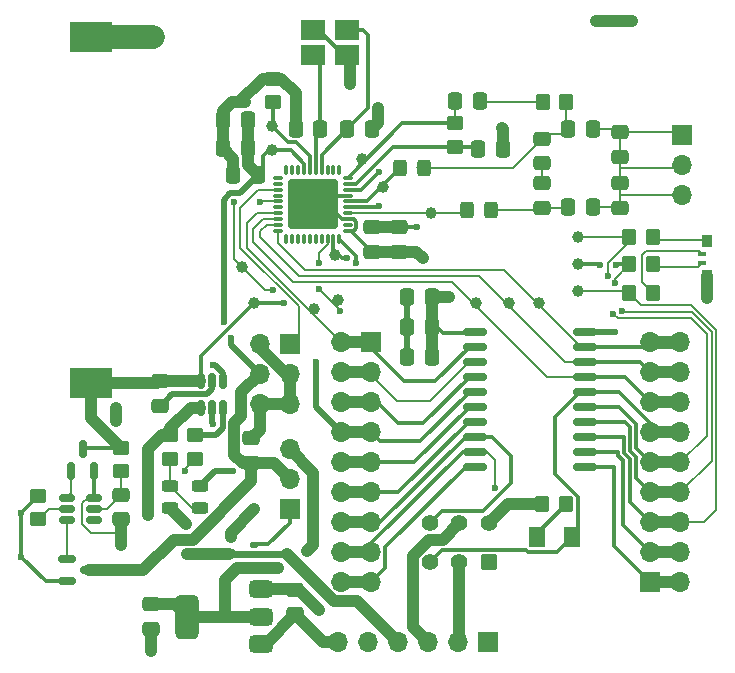
<source format=gbr>
%TF.GenerationSoftware,KiCad,Pcbnew,8.0.7*%
%TF.CreationDate,2025-05-01T01:05:46-07:00*%
%TF.ProjectId,salp_board,73616c70-5f62-46f6-9172-642e6b696361,rev?*%
%TF.SameCoordinates,Original*%
%TF.FileFunction,Copper,L1,Top*%
%TF.FilePolarity,Positive*%
%FSLAX46Y46*%
G04 Gerber Fmt 4.6, Leading zero omitted, Abs format (unit mm)*
G04 Created by KiCad (PCBNEW 8.0.7) date 2025-05-01 01:05:46*
%MOMM*%
%LPD*%
G01*
G04 APERTURE LIST*
G04 Aperture macros list*
%AMRoundRect*
0 Rectangle with rounded corners*
0 $1 Rounding radius*
0 $2 $3 $4 $5 $6 $7 $8 $9 X,Y pos of 4 corners*
0 Add a 4 corners polygon primitive as box body*
4,1,4,$2,$3,$4,$5,$6,$7,$8,$9,$2,$3,0*
0 Add four circle primitives for the rounded corners*
1,1,$1+$1,$2,$3*
1,1,$1+$1,$4,$5*
1,1,$1+$1,$6,$7*
1,1,$1+$1,$8,$9*
0 Add four rect primitives between the rounded corners*
20,1,$1+$1,$2,$3,$4,$5,0*
20,1,$1+$1,$4,$5,$6,$7,0*
20,1,$1+$1,$6,$7,$8,$9,0*
20,1,$1+$1,$8,$9,$2,$3,0*%
G04 Aperture macros list end*
%TA.AperFunction,SMDPad,CuDef*%
%ADD10RoundRect,0.250000X0.350000X0.450000X-0.350000X0.450000X-0.350000X-0.450000X0.350000X-0.450000X0*%
%TD*%
%TA.AperFunction,SMDPad,CuDef*%
%ADD11RoundRect,0.375000X0.625000X0.375000X-0.625000X0.375000X-0.625000X-0.375000X0.625000X-0.375000X0*%
%TD*%
%TA.AperFunction,SMDPad,CuDef*%
%ADD12RoundRect,0.500000X0.500000X1.400000X-0.500000X1.400000X-0.500000X-1.400000X0.500000X-1.400000X0*%
%TD*%
%TA.AperFunction,SMDPad,CuDef*%
%ADD13C,1.000000*%
%TD*%
%TA.AperFunction,SMDPad,CuDef*%
%ADD14RoundRect,0.250000X0.325000X0.450000X-0.325000X0.450000X-0.325000X-0.450000X0.325000X-0.450000X0*%
%TD*%
%TA.AperFunction,SMDPad,CuDef*%
%ADD15RoundRect,0.250000X-0.337500X-0.475000X0.337500X-0.475000X0.337500X0.475000X-0.337500X0.475000X0*%
%TD*%
%TA.AperFunction,SMDPad,CuDef*%
%ADD16RoundRect,0.250000X0.475000X-0.337500X0.475000X0.337500X-0.475000X0.337500X-0.475000X-0.337500X0*%
%TD*%
%TA.AperFunction,ComponentPad*%
%ADD17R,1.700000X1.700000*%
%TD*%
%TA.AperFunction,ComponentPad*%
%ADD18O,1.700000X1.700000*%
%TD*%
%TA.AperFunction,SMDPad,CuDef*%
%ADD19RoundRect,0.250000X0.337500X0.475000X-0.337500X0.475000X-0.337500X-0.475000X0.337500X-0.475000X0*%
%TD*%
%TA.AperFunction,ComponentPad*%
%ADD20RoundRect,0.250000X0.450000X0.450000X-0.450000X0.450000X-0.450000X-0.450000X0.450000X-0.450000X0*%
%TD*%
%TA.AperFunction,ComponentPad*%
%ADD21C,1.400000*%
%TD*%
%TA.AperFunction,SMDPad,CuDef*%
%ADD22RoundRect,0.243750X-0.456250X0.243750X-0.456250X-0.243750X0.456250X-0.243750X0.456250X0.243750X0*%
%TD*%
%TA.AperFunction,SMDPad,CuDef*%
%ADD23RoundRect,0.150000X-0.512500X-0.150000X0.512500X-0.150000X0.512500X0.150000X-0.512500X0.150000X0*%
%TD*%
%TA.AperFunction,SMDPad,CuDef*%
%ADD24RoundRect,0.112500X-0.237500X0.112500X-0.237500X-0.112500X0.237500X-0.112500X0.237500X0.112500X0*%
%TD*%
%TA.AperFunction,SMDPad,CuDef*%
%ADD25RoundRect,0.250000X-0.450000X0.350000X-0.450000X-0.350000X0.450000X-0.350000X0.450000X0.350000X0*%
%TD*%
%TA.AperFunction,SMDPad,CuDef*%
%ADD26R,3.600000X2.600000*%
%TD*%
%TA.AperFunction,SMDPad,CuDef*%
%ADD27R,0.900000X1.000000*%
%TD*%
%TA.AperFunction,SMDPad,CuDef*%
%ADD28R,0.800000X0.400000*%
%TD*%
%TA.AperFunction,SMDPad,CuDef*%
%ADD29RoundRect,0.250000X0.450000X-0.350000X0.450000X0.350000X-0.450000X0.350000X-0.450000X-0.350000X0*%
%TD*%
%TA.AperFunction,SMDPad,CuDef*%
%ADD30RoundRect,0.150000X0.150000X-0.587500X0.150000X0.587500X-0.150000X0.587500X-0.150000X-0.587500X0*%
%TD*%
%TA.AperFunction,SMDPad,CuDef*%
%ADD31RoundRect,0.150000X-0.150000X0.512500X-0.150000X-0.512500X0.150000X-0.512500X0.150000X0.512500X0*%
%TD*%
%TA.AperFunction,SMDPad,CuDef*%
%ADD32RoundRect,0.243750X0.456250X-0.243750X0.456250X0.243750X-0.456250X0.243750X-0.456250X-0.243750X0*%
%TD*%
%TA.AperFunction,SMDPad,CuDef*%
%ADD33RoundRect,0.150000X-0.587500X-0.150000X0.587500X-0.150000X0.587500X0.150000X-0.587500X0.150000X0*%
%TD*%
%TA.AperFunction,SMDPad,CuDef*%
%ADD34RoundRect,0.150000X-0.875000X-0.150000X0.875000X-0.150000X0.875000X0.150000X-0.875000X0.150000X0*%
%TD*%
%TA.AperFunction,SMDPad,CuDef*%
%ADD35RoundRect,0.250001X-0.462499X-0.624999X0.462499X-0.624999X0.462499X0.624999X-0.462499X0.624999X0*%
%TD*%
%TA.AperFunction,SMDPad,CuDef*%
%ADD36RoundRect,0.250000X-0.475000X0.337500X-0.475000X-0.337500X0.475000X-0.337500X0.475000X0.337500X0*%
%TD*%
%TA.AperFunction,SMDPad,CuDef*%
%ADD37RoundRect,0.075000X0.325000X0.075000X-0.325000X0.075000X-0.325000X-0.075000X0.325000X-0.075000X0*%
%TD*%
%TA.AperFunction,SMDPad,CuDef*%
%ADD38RoundRect,0.075000X0.075000X0.325000X-0.075000X0.325000X-0.075000X-0.325000X0.075000X-0.325000X0*%
%TD*%
%TA.AperFunction,SMDPad,CuDef*%
%ADD39RoundRect,0.210000X1.890000X1.890000X-1.890000X1.890000X-1.890000X-1.890000X1.890000X-1.890000X0*%
%TD*%
%TA.AperFunction,SMDPad,CuDef*%
%ADD40RoundRect,0.250000X-0.350000X-0.450000X0.350000X-0.450000X0.350000X0.450000X-0.350000X0.450000X0*%
%TD*%
%TA.AperFunction,SMDPad,CuDef*%
%ADD41R,2.100000X1.725000*%
%TD*%
%TA.AperFunction,ViaPad*%
%ADD42C,1.500000*%
%TD*%
%TA.AperFunction,ViaPad*%
%ADD43C,0.600000*%
%TD*%
%TA.AperFunction,Conductor*%
%ADD44C,0.200000*%
%TD*%
%TA.AperFunction,Conductor*%
%ADD45C,1.000000*%
%TD*%
%TA.AperFunction,Conductor*%
%ADD46C,0.300000*%
%TD*%
%TA.AperFunction,Conductor*%
%ADD47C,0.500000*%
%TD*%
%TA.AperFunction,Conductor*%
%ADD48C,2.000000*%
%TD*%
%TA.AperFunction,Conductor*%
%ADD49C,0.600000*%
%TD*%
G04 APERTURE END LIST*
D10*
%TO.P,R8,1*%
%TO.N,Net-(D5-R)*%
X192262000Y-77978000D03*
%TO.P,R8,2*%
%TO.N,/PC3*%
X190262000Y-77978000D03*
%TD*%
D11*
%TO.P,U1,1,GND*%
%TO.N,GND*%
X159106000Y-112377000D03*
%TO.P,U1,2,VO*%
%TO.N,/V_REG*%
X159106000Y-110077000D03*
D12*
X152806000Y-110077000D03*
D11*
%TO.P,U1,3,VI*%
%TO.N,VCC*%
X159106000Y-107777000D03*
%TD*%
D13*
%TO.P,GND1,1,1*%
%TO.N,GND*%
X187452000Y-59690000D03*
%TD*%
D10*
%TO.P,R7,1*%
%TO.N,Net-(D5-G)*%
X192262000Y-80264000D03*
%TO.P,R7,2*%
%TO.N,/PC2*%
X190262000Y-80264000D03*
%TD*%
D13*
%TO.P,DVDD1,1,1*%
%TO.N,+3.3V*%
X165354000Y-79502000D03*
%TD*%
D14*
%TO.P,L1,1,1*%
%TO.N,Net-(C3-Pad2)*%
X178580000Y-75692000D03*
%TO.P,L1,2,2*%
%TO.N,/TX1*%
X176530000Y-75692000D03*
%TD*%
D15*
%TO.P,C10,1*%
%TO.N,/VMID*%
X177462500Y-70500000D03*
%TO.P,C10,2*%
%TO.N,GND*%
X179537500Y-70500000D03*
%TD*%
D16*
%TO.P,C17,1*%
%TO.N,GND*%
X150495000Y-92213000D03*
%TO.P,C17,2*%
%TO.N,+BAT*%
X150495000Y-90138000D03*
%TD*%
D17*
%TO.P,J10,1,Pin_1*%
%TO.N,VCC*%
X161501000Y-86969500D03*
D18*
%TO.P,J10,2,Pin_2*%
%TO.N,GND*%
X158961000Y-86969500D03*
%TO.P,J10,3,Pin_3*%
X161501000Y-89509500D03*
%TO.P,J10,4,Pin_4*%
%TO.N,+3.3V*%
X158961000Y-89509500D03*
%TO.P,J10,5,Pin_5*%
%TO.N,GND*%
X161501000Y-92049500D03*
%TO.P,J10,6,Pin_6*%
X158961000Y-92049500D03*
%TD*%
D17*
%TO.P,J12,1,Pin_1*%
%TO.N,unconnected-(J12-Pin_1-Pad1)*%
X178308000Y-112268000D03*
D18*
%TO.P,J12,2,Pin_2*%
%TO.N,Net-(J12-Pin_2)*%
X175768000Y-112268000D03*
%TO.P,J12,3,Pin_3*%
%TO.N,Net-(J12-Pin_3)*%
X173228000Y-112268000D03*
%TO.P,J12,4,Pin_4*%
%TO.N,/V_USB*%
X170688000Y-112268000D03*
%TO.P,J12,5,Pin_5*%
%TO.N,unconnected-(J12-Pin_5-Pad5)*%
X168148000Y-112268000D03*
%TO.P,J12,6,Pin_6*%
%TO.N,GND*%
X165608000Y-112268000D03*
%TD*%
D19*
%TO.P,C16,1*%
%TO.N,VCC*%
X173503500Y-85598000D03*
%TO.P,C16,2*%
%TO.N,GND*%
X171428500Y-85598000D03*
%TD*%
D13*
%TO.P,PC1,1,1*%
%TO.N,/PC1*%
X185928000Y-82550000D03*
%TD*%
D16*
%TO.P,C23,1*%
%TO.N,GND*%
X147193000Y-101843500D03*
%TO.P,C23,2*%
%TO.N,Net-(U6-VCC)*%
X147193000Y-99768500D03*
%TD*%
D20*
%TO.P,SW2,1,A*%
%TO.N,/PB2*%
X178345000Y-105500000D03*
D21*
%TO.P,SW2,2,B*%
%TO.N,Net-(J12-Pin_2)*%
X175845000Y-105500000D03*
%TO.P,SW2,3,C*%
%TO.N,/PA0*%
X173345000Y-105500000D03*
%TO.P,SW2,4,A*%
%TO.N,/PB3*%
X173345000Y-102200000D03*
%TO.P,SW2,5,B*%
%TO.N,Net-(J12-Pin_3)*%
X175845000Y-102200000D03*
%TO.P,SW2,6,C*%
%TO.N,Net-(SW2B-C)*%
X178345000Y-102200000D03*
%TD*%
D17*
%TO.P,J8,1,Pin_1*%
%TO.N,/M_SCL*%
X192024000Y-107188000D03*
D18*
%TO.P,J8,2,Pin_2*%
X194564000Y-107188000D03*
%TO.P,J8,3,Pin_3*%
%TO.N,/PC0*%
X192024000Y-104648000D03*
%TO.P,J8,4,Pin_4*%
X194564000Y-104648000D03*
%TO.P,J8,5,Pin_5*%
%TO.N,/PC1*%
X192024000Y-102108000D03*
%TO.P,J8,6,Pin_6*%
X194564000Y-102108000D03*
%TO.P,J8,7,Pin_7*%
%TO.N,/PC2*%
X192024000Y-99568000D03*
%TO.P,J8,8,Pin_8*%
X194564000Y-99568000D03*
%TO.P,J8,9,Pin_9*%
%TO.N,/PC3*%
X192024000Y-97028000D03*
%TO.P,J8,10,Pin_10*%
X194564000Y-97028000D03*
%TO.P,J8,11,Pin_11*%
%TO.N,/PA0*%
X192024000Y-94488000D03*
%TO.P,J8,12,Pin_12*%
X194564000Y-94488000D03*
%TO.P,J8,13,Pin_13*%
%TO.N,/PA1*%
X192024000Y-91948000D03*
%TO.P,J8,14,Pin_14*%
X194564000Y-91948000D03*
%TO.P,J8,15,Pin_15*%
%TO.N,/PA2*%
X192024000Y-89408000D03*
%TO.P,J8,16,Pin_16*%
X194564000Y-89408000D03*
%TO.P,J8,17,Pin_17*%
%TO.N,/PA3*%
X192024000Y-86868000D03*
%TO.P,J8,18,Pin_18*%
X194564000Y-86868000D03*
%TD*%
D19*
%TO.P,C9,1*%
%TO.N,+3.3V*%
X158800000Y-72700000D03*
%TO.P,C9,2*%
%TO.N,GND*%
X156725000Y-72700000D03*
%TD*%
D22*
%TO.P,D2,1,K*%
%TO.N,Net-(D2-K)*%
X153924000Y-99028000D03*
%TO.P,D2,2,A*%
%TO.N,Net-(D2-A)*%
X153924000Y-100903000D03*
%TD*%
D16*
%TO.P,C20,1*%
%TO.N,+3.3V*%
X158242000Y-97071000D03*
%TO.P,C20,2*%
%TO.N,GND*%
X158242000Y-94996000D03*
%TD*%
D23*
%TO.P,U6,1,OD*%
%TO.N,Net-(Q1-G)*%
X142632000Y-100004500D03*
%TO.P,U6,2,CS*%
%TO.N,Net-(U6-CS)*%
X142632000Y-100954500D03*
%TO.P,U6,3,OC*%
%TO.N,Net-(Q2-G)*%
X142632000Y-101904500D03*
%TO.P,U6,4,TD*%
%TO.N,unconnected-(U6-TD-Pad4)*%
X144907000Y-101904500D03*
%TO.P,U6,5,VCC*%
%TO.N,Net-(U6-VCC)*%
X144907000Y-100954500D03*
%TO.P,U6,6,GND*%
%TO.N,GND*%
X144907000Y-100004500D03*
%TD*%
D24*
%TO.P,D4,1*%
%TO.N,+BAT*%
X156500000Y-103350000D03*
%TO.P,D4,2*%
%TO.N,/V_USB*%
X156500000Y-104650000D03*
%TO.P,D4,3*%
%TO.N,/VOR*%
X158500000Y-104000000D03*
%TD*%
D13*
%TO.P,PA2/MISO/P71,1,1*%
%TO.N,/PA2*%
X180086000Y-83566000D03*
%TD*%
%TO.P,PA7/IRQ1,1,1*%
%TO.N,/PA7*%
X157480000Y-80518000D03*
%TD*%
%TO.P,PA5/RSTPD_N1,1,1*%
%TO.N,/PA5*%
X165608000Y-83312000D03*
%TD*%
%TO.P,PA3/SCK/P72,1,1*%
%TO.N,/PA3*%
X182626000Y-83566000D03*
%TD*%
D25*
%TO.P,R10,1*%
%TO.N,GND*%
X160100000Y-64532000D03*
%TO.P,R10,2*%
%TO.N,Net-(U2-I0)*%
X160100000Y-66532000D03*
%TD*%
D17*
%TO.P,J4,1,Pin_1*%
%TO.N,Net-(J4-Pin_1)*%
X194725000Y-69275000D03*
D18*
%TO.P,J4,2,Pin_2*%
X194725000Y-71815000D03*
%TO.P,J4,3,Pin_3*%
X194725000Y-74355000D03*
%TD*%
D13*
%TO.P,PA4/NSS/SCL/HSU_RX1,1,1*%
%TO.N,/PA4*%
X163576000Y-84074000D03*
%TD*%
D19*
%TO.P,C7,1*%
%TO.N,+3.3V*%
X157937500Y-68000000D03*
%TO.P,C7,2*%
%TO.N,GND*%
X155862500Y-68000000D03*
%TD*%
D17*
%TO.P,J9,1,Pin_1*%
%TO.N,/VOR*%
X161496000Y-100978500D03*
D18*
%TO.P,J9,2,Pin_2*%
%TO.N,+3.3V*%
X161496000Y-98438500D03*
%TO.P,J9,3,Pin_3*%
%TO.N,/V_REG*%
X161496000Y-95898500D03*
%TD*%
D26*
%TO.P,BT1,2,-*%
%TO.N,GND*%
X144653000Y-61042000D03*
%TO.P,BT1,1,+*%
%TO.N,+BAT*%
X144653000Y-90342000D03*
%TD*%
D27*
%TO.P,D5,1,R*%
%TO.N,Net-(D5-R)*%
X196850000Y-78256000D03*
%TO.P,D5,2,A*%
%TO.N,GND*%
X196850000Y-81256000D03*
D28*
%TO.P,D5,3,G*%
%TO.N,Net-(D5-G)*%
X196400000Y-80156000D03*
%TO.P,D5,4,B*%
%TO.N,Net-(D5-B)*%
X196400000Y-79356000D03*
%TD*%
D29*
%TO.P,R5,1*%
%TO.N,GND*%
X153500000Y-96710000D03*
%TO.P,R5,2*%
%TO.N,Net-(U4-PROG)*%
X153500000Y-94710000D03*
%TD*%
D16*
%TO.P,C5,1*%
%TO.N,Net-(C3-Pad2)*%
X182880000Y-75481000D03*
%TO.P,C5,2*%
%TO.N,Net-(J4-Pin_1)*%
X182880000Y-73406000D03*
%TD*%
D19*
%TO.P,C8,1*%
%TO.N,+3.3V*%
X157940000Y-70440000D03*
%TO.P,C8,2*%
%TO.N,GND*%
X155865000Y-70440000D03*
%TD*%
D13*
%TO.P,I0,1,1*%
%TO.N,Net-(U2-I0)*%
X160020000Y-68580000D03*
%TD*%
D30*
%TO.P,Q1,1,G*%
%TO.N,Net-(Q1-G)*%
X143007000Y-97779500D03*
%TO.P,Q1,2,S*%
%TO.N,GND*%
X144907000Y-97779500D03*
%TO.P,Q1,3,D*%
%TO.N,+BAT*%
X143957000Y-95904500D03*
%TD*%
D13*
%TO.P,PA1/MOSI/SDA/HSU_TX1,1,1*%
%TO.N,/PA1*%
X177292000Y-83566000D03*
%TD*%
D31*
%TO.P,U4,1,~{CHRG}*%
%TO.N,Net-(D2-K)*%
X155890000Y-90143500D03*
%TO.P,U4,2,GND*%
%TO.N,GND*%
X154940000Y-90143500D03*
%TO.P,U4,3,BAT*%
%TO.N,+BAT*%
X153990000Y-90143500D03*
%TO.P,U4,4,V_{CC}*%
%TO.N,/V_USB*%
X153990000Y-92418500D03*
%TO.P,U4,5,STDBY*%
%TO.N,Net-(D3-K)*%
X154940000Y-92418500D03*
%TO.P,U4,6,PROG*%
%TO.N,Net-(U4-PROG)*%
X155890000Y-92418500D03*
%TD*%
D19*
%TO.P,C3,1*%
%TO.N,Net-(J4-Pin_1)*%
X187175000Y-75400000D03*
%TO.P,C3,2*%
%TO.N,Net-(C3-Pad2)*%
X185100000Y-75400000D03*
%TD*%
D13*
%TO.P,+BAT1,1,1*%
%TO.N,+BAT*%
X158496000Y-83566000D03*
%TD*%
D16*
%TO.P,C2,2*%
%TO.N,Net-(J4-Pin_1)*%
X189500000Y-69062500D03*
%TO.P,C2,1*%
X189500000Y-71137500D03*
%TD*%
D32*
%TO.P,D3,1,K*%
%TO.N,Net-(D3-K)*%
X151384000Y-100903000D03*
%TO.P,D3,2,A*%
%TO.N,Net-(D2-A)*%
X151384000Y-99028000D03*
%TD*%
D10*
%TO.P,R1,1*%
%TO.N,Net-(C4-Pad2)*%
X184900000Y-66500000D03*
%TO.P,R1,2*%
%TO.N,Net-(C11-Pad1)*%
X182900000Y-66500000D03*
%TD*%
D13*
%TO.P,PC2,1,1*%
%TO.N,/PC2*%
X185928000Y-80264000D03*
%TD*%
D33*
%TO.P,Q2,1,G*%
%TO.N,Net-(Q2-G)*%
X142651000Y-105190000D03*
%TO.P,Q2,2,S*%
%TO.N,GND*%
X142651000Y-107090000D03*
%TO.P,Q2,3,D*%
%TO.N,+3.3V*%
X144526000Y-106140000D03*
%TD*%
D29*
%TO.P,R4,1*%
%TO.N,Net-(D2-A)*%
X151384000Y-96742000D03*
%TO.P,R4,2*%
%TO.N,/V_USB*%
X151384000Y-94742000D03*
%TD*%
D34*
%TO.P,U3,1,VCC*%
%TO.N,VCC*%
X177214000Y-85979000D03*
%TO.P,U3,2,PA4*%
%TO.N,/PA4*%
X177214000Y-87249000D03*
%TO.P,U3,3,PA5*%
%TO.N,/PA5*%
X177214000Y-88519000D03*
%TO.P,U3,4,PA6*%
%TO.N,/PA6*%
X177214000Y-89789000D03*
%TO.P,U3,5,PA7*%
%TO.N,/PA7*%
X177214000Y-91059000D03*
%TO.P,U3,6,PB5*%
%TO.N,/PB5*%
X177214000Y-92329000D03*
%TO.P,U3,7,PB4*%
%TO.N,/PB4*%
X177214000Y-93599000D03*
%TO.P,U3,8,PB3*%
%TO.N,/PB3*%
X177214000Y-94869000D03*
%TO.P,U3,9,PB2*%
%TO.N,/PB2*%
X177214000Y-96139000D03*
%TO.P,U3,10,PB1*%
%TO.N,/M_SDA*%
X177214000Y-97409000D03*
%TO.P,U3,11,PB0*%
%TO.N,/M_SCL*%
X186514000Y-97409000D03*
%TO.P,U3,12,PC0*%
%TO.N,/PC0*%
X186514000Y-96139000D03*
%TO.P,U3,13,PC1*%
%TO.N,/PC1*%
X186514000Y-94869000D03*
%TO.P,U3,14,PC2*%
%TO.N,/PC2*%
X186514000Y-93599000D03*
%TO.P,U3,15,PC3*%
%TO.N,/PC3*%
X186514000Y-92329000D03*
%TO.P,U3,16,~{RESET}/PA0*%
%TO.N,/PA0*%
X186514000Y-91059000D03*
%TO.P,U3,17,PA1*%
%TO.N,/PA1*%
X186514000Y-89789000D03*
%TO.P,U3,18,PA2*%
%TO.N,/PA2*%
X186514000Y-88519000D03*
%TO.P,U3,19,PA3*%
%TO.N,/PA3*%
X186514000Y-87249000D03*
%TO.P,U3,20,GND*%
%TO.N,GND*%
X186514000Y-85979000D03*
%TD*%
D35*
%TO.P,D1,1,K*%
%TO.N,Net-(D1-K)*%
X182408500Y-103378000D03*
%TO.P,D1,2,A*%
%TO.N,/PA0*%
X185383500Y-103378000D03*
%TD*%
D29*
%TO.P,R2,1*%
%TO.N,/VMID*%
X175502000Y-70314000D03*
%TO.P,R2,2*%
%TO.N,/RX*%
X175502000Y-68314000D03*
%TD*%
D13*
%TO.P,PC3,1,1*%
%TO.N,/PC3*%
X185928000Y-77978000D03*
%TD*%
%TO.P,I1,1,1*%
%TO.N,+3.3V*%
X160020000Y-70612000D03*
%TD*%
D14*
%TO.P,L2,1,1*%
%TO.N,Net-(C4-Pad2)*%
X172900000Y-72100000D03*
%TO.P,L2,2,2*%
%TO.N,/TX2*%
X170850000Y-72100000D03*
%TD*%
D36*
%TO.P,C21,1*%
%TO.N,VCC*%
X161954000Y-107818000D03*
%TO.P,C21,2*%
%TO.N,GND*%
X161954000Y-109893000D03*
%TD*%
D16*
%TO.P,C6,1*%
%TO.N,Net-(J4-Pin_1)*%
X182880000Y-71700000D03*
%TO.P,C6,2*%
%TO.N,Net-(C4-Pad2)*%
X182880000Y-69625000D03*
%TD*%
D15*
%TO.P,C12,1*%
%TO.N,/OSCIN*%
X166370000Y-68834000D03*
%TO.P,C12,2*%
%TO.N,GND*%
X168445000Y-68834000D03*
%TD*%
D36*
%TO.P,C22,1*%
%TO.N,/V_REG*%
X149762000Y-109056000D03*
%TO.P,C22,2*%
%TO.N,GND*%
X149762000Y-111131000D03*
%TD*%
D19*
%TO.P,C18,1*%
%TO.N,VCC*%
X173503500Y-83058000D03*
%TO.P,C18,2*%
%TO.N,GND*%
X171428500Y-83058000D03*
%TD*%
D13*
%TO.P,RX1,1,1*%
%TO.N,/RX*%
X167640000Y-71374000D03*
%TD*%
D37*
%TO.P,U2,1,DVSS*%
%TO.N,GND*%
X166399000Y-77434000D03*
%TO.P,U2,2,LOADMOD*%
%TO.N,unconnected-(U2-LOADMOD-Pad2)*%
X166399000Y-76934000D03*
%TO.P,U2,3,TVSS1*%
%TO.N,GND*%
X166399000Y-76434000D03*
%TO.P,U2,4,TX1*%
%TO.N,/TX1*%
X166399000Y-75934000D03*
%TO.P,U2,5,TVDD*%
%TO.N,+3.3V*%
X166399000Y-75434000D03*
%TO.P,U2,6,TX2*%
%TO.N,/TX2*%
X166399000Y-74934000D03*
%TO.P,U2,7,TVSS2*%
%TO.N,GND*%
X166399000Y-74434000D03*
%TO.P,U2,8,AVDD*%
%TO.N,+3.3V*%
X166399000Y-73934000D03*
%TO.P,U2,9,VMID*%
%TO.N,/VMID*%
X166399000Y-73434000D03*
%TO.P,U2,10,RX*%
%TO.N,/RX*%
X166399000Y-72934000D03*
D38*
%TO.P,U2,11,AVSS*%
%TO.N,GND*%
X165699000Y-72234000D03*
%TO.P,U2,12,AUX1*%
%TO.N,unconnected-(U2-AUX1-Pad12)*%
X165199000Y-72234000D03*
%TO.P,U2,13,AUX2*%
%TO.N,unconnected-(U2-AUX2-Pad13)*%
X164699000Y-72234000D03*
%TO.P,U2,14,OSCIN*%
%TO.N,/OSCIN*%
X164199000Y-72234000D03*
%TO.P,U2,15,OSCOUT*%
%TO.N,/OSCOUT*%
X163699000Y-72234000D03*
%TO.P,U2,16,I0*%
%TO.N,Net-(U2-I0)*%
X163199000Y-72234000D03*
%TO.P,U2,17,I1*%
%TO.N,+3.3V*%
X162699000Y-72234000D03*
%TO.P,U2,18,TESTEN*%
%TO.N,GND*%
X162199000Y-72234000D03*
%TO.P,U2,19,P35*%
%TO.N,unconnected-(U2-P35-Pad19)*%
X161699000Y-72234000D03*
%TO.P,U2,20,N.C.*%
%TO.N,unconnected-(U2-N.C.-Pad20)*%
X161199000Y-72234000D03*
D37*
%TO.P,U2,21,N.C.*%
%TO.N,unconnected-(U2-N.C.-Pad21)*%
X160499000Y-72934000D03*
%TO.P,U2,22,N.C.*%
%TO.N,unconnected-(U2-N.C.-Pad22)*%
X160499000Y-73434000D03*
%TO.P,U2,23,PVDD*%
%TO.N,VCC*%
X160499000Y-73934000D03*
%TO.P,U2,24,P30/UART_RX*%
%TO.N,unconnected-(U2-P30{slash}UART_RX-Pad24)*%
X160499000Y-74434000D03*
%TO.P,U2,25,P70_IRQ*%
%TO.N,/PA7*%
X160499000Y-74934000D03*
%TO.P,U2,26,RSTOUT_N*%
%TO.N,unconnected-(U2-RSTOUT_N-Pad26)*%
X160499000Y-75434000D03*
%TO.P,U2,27,NSS/P50_SCL/HSU_RX*%
%TO.N,/PA4*%
X160499000Y-75934000D03*
%TO.P,U2,28,MOSI/SDA/HSU_TX*%
%TO.N,/PA1*%
X160499000Y-76434000D03*
%TO.P,U2,29,MISO_/_P71*%
%TO.N,/PA2*%
X160499000Y-76934000D03*
%TO.P,U2,30,SCK/P72*%
%TO.N,/PA3*%
X160499000Y-77434000D03*
D38*
%TO.P,U2,31,P31/UART_TX*%
%TO.N,unconnected-(U2-P31{slash}UART_TX-Pad31)*%
X161199000Y-78134000D03*
%TO.P,U2,32,P32_INT0*%
%TO.N,unconnected-(U2-P32_INT0-Pad32)*%
X161699000Y-78134000D03*
%TO.P,U2,33,P33_INT1*%
%TO.N,unconnected-(U2-P33_INT1-Pad33)*%
X162199000Y-78134000D03*
%TO.P,U2,34,P34/SIC_CLK*%
%TO.N,unconnected-(U2-P34{slash}SIC_CLK-Pad34)*%
X162699000Y-78134000D03*
%TO.P,U2,35,SIGOUT*%
%TO.N,unconnected-(U2-SIGOUT-Pad35)*%
X163199000Y-78134000D03*
%TO.P,U2,36,SIGIN*%
%TO.N,unconnected-(U2-SIGIN-Pad36)*%
X163699000Y-78134000D03*
%TO.P,U2,37,SVDD*%
%TO.N,unconnected-(U2-SVDD-Pad37)*%
X164199000Y-78134000D03*
%TO.P,U2,38,RSTPD_N*%
%TO.N,/PA5*%
X164699000Y-78134000D03*
%TO.P,U2,39,DVDD*%
%TO.N,+3.3V*%
X165199000Y-78134000D03*
%TO.P,U2,40,VBAT*%
%TO.N,+BAT*%
X165699000Y-78134000D03*
D39*
%TO.P,U2,41,41*%
%TO.N,GND*%
X163449000Y-75184000D03*
%TD*%
D25*
%TO.P,R9,1*%
%TO.N,GND*%
X140208000Y-99843500D03*
%TO.P,R9,2*%
%TO.N,Net-(U6-CS)*%
X140208000Y-101843500D03*
%TD*%
D13*
%TO.P,TX2,1,1*%
%TO.N,/TX2*%
X169418000Y-73700000D03*
%TD*%
D19*
%TO.P,C13,1*%
%TO.N,/OSCOUT*%
X164084000Y-68834000D03*
%TO.P,C13,2*%
%TO.N,GND*%
X162009000Y-68834000D03*
%TD*%
D36*
%TO.P,C14,1*%
%TO.N,+3.3V*%
X168430000Y-77102500D03*
%TO.P,C14,2*%
%TO.N,GND*%
X168430000Y-79177500D03*
%TD*%
D10*
%TO.P,R6,1*%
%TO.N,Net-(D5-B)*%
X192262000Y-82677000D03*
%TO.P,R6,2*%
%TO.N,/PC1*%
X190262000Y-82677000D03*
%TD*%
D19*
%TO.P,C19,1*%
%TO.N,VCC*%
X173503500Y-88138000D03*
%TO.P,C19,2*%
%TO.N,GND*%
X171428500Y-88138000D03*
%TD*%
%TO.P,C11,1*%
%TO.N,Net-(C11-Pad1)*%
X177575000Y-66400000D03*
%TO.P,C11,2*%
%TO.N,/RX*%
X175500000Y-66400000D03*
%TD*%
D36*
%TO.P,C15,1*%
%TO.N,+3.3V*%
X170716000Y-77102500D03*
%TO.P,C15,2*%
%TO.N,GND*%
X170716000Y-79177500D03*
%TD*%
D17*
%TO.P,J1,1,Pin_1*%
%TO.N,/PA4*%
X168402000Y-86868000D03*
D18*
%TO.P,J1,2,Pin_2*%
X165862000Y-86868000D03*
%TO.P,J1,3,Pin_3*%
%TO.N,/PA5*%
X168402000Y-89408000D03*
%TO.P,J1,4,Pin_4*%
X165862000Y-89408000D03*
%TO.P,J1,5,Pin_5*%
%TO.N,/PA6*%
X168402000Y-91948000D03*
%TO.P,J1,6,Pin_6*%
X165862000Y-91948000D03*
%TO.P,J1,7,Pin_7*%
%TO.N,/PA7*%
X168402000Y-94488000D03*
%TO.P,J1,8,Pin_8*%
X165862000Y-94488000D03*
%TO.P,J1,9,Pin_9*%
%TO.N,/PB5*%
X168402000Y-97028000D03*
%TO.P,J1,10,Pin_10*%
X165862000Y-97028000D03*
%TO.P,J1,11,Pin_11*%
%TO.N,/PB4*%
X168402000Y-99568000D03*
%TO.P,J1,12,Pin_12*%
X165862000Y-99568000D03*
%TO.P,J1,13,Pin_13*%
%TO.N,/PB3*%
X168402000Y-102108000D03*
%TO.P,J1,14,Pin_14*%
X165862000Y-102108000D03*
%TO.P,J1,15,Pin_15*%
%TO.N,/PB2*%
X168402000Y-104648000D03*
%TO.P,J1,16,Pin_16*%
X165862000Y-104648000D03*
%TO.P,J1,17,Pin_17*%
%TO.N,/M_SDA*%
X168402000Y-107188000D03*
%TO.P,J1,18,Pin_18*%
X165862000Y-107188000D03*
%TD*%
D13*
%TO.P,TX1,1,1*%
%TO.N,/TX1*%
X173482000Y-75946000D03*
%TD*%
D40*
%TO.P,R3,1*%
%TO.N,Net-(SW2B-C)*%
X182896000Y-100584000D03*
%TO.P,R3,2*%
%TO.N,Net-(D1-K)*%
X184896000Y-100584000D03*
%TD*%
D16*
%TO.P,C1,1*%
%TO.N,Net-(J4-Pin_1)*%
X189500000Y-75455500D03*
%TO.P,C1,2*%
X189500000Y-73380500D03*
%TD*%
D19*
%TO.P,C4,2*%
%TO.N,Net-(C4-Pad2)*%
X185100000Y-68800000D03*
%TO.P,C4,1*%
%TO.N,Net-(J4-Pin_1)*%
X187175000Y-68800000D03*
%TD*%
D41*
%TO.P,Y2,1,1*%
%TO.N,/OSCIN*%
X166370000Y-60380500D03*
%TO.P,Y2,2,2*%
%TO.N,GND*%
X163470000Y-60380500D03*
%TO.P,Y2,3,3*%
%TO.N,/OSCOUT*%
X163470000Y-62555500D03*
%TO.P,Y2,4,4*%
%TO.N,GND*%
X166370000Y-62555500D03*
%TD*%
D25*
%TO.P,R11,1*%
%TO.N,+BAT*%
X147193000Y-95779500D03*
%TO.P,R11,2*%
%TO.N,Net-(U6-VCC)*%
X147193000Y-97779500D03*
%TD*%
D42*
%TO.N,GND*%
X150000000Y-61000000D03*
D43*
X157750000Y-66500000D03*
X190500000Y-59690000D03*
X172750000Y-79750000D03*
X179500000Y-68750000D03*
X196850000Y-83130000D03*
X149750000Y-113000000D03*
X171428500Y-86850000D03*
X156750000Y-66500000D03*
X152654000Y-97790000D03*
X171428500Y-84310000D03*
X189000000Y-86000000D03*
X147250000Y-104000000D03*
X138750000Y-105000000D03*
X169000000Y-67000000D03*
X166624000Y-65024000D03*
X138775750Y-101275750D03*
X152500000Y-91250000D03*
%TO.N,+BAT*%
X167132000Y-80172000D03*
X161000000Y-83500000D03*
X158500000Y-101000000D03*
X146750000Y-93500000D03*
%TO.N,VCC*%
X164000000Y-109500000D03*
X175000000Y-83058000D03*
%TO.N,+3.3V*%
X156500000Y-86500000D03*
X172300000Y-77100000D03*
X169087806Y-72412193D03*
X166343906Y-79698145D03*
X157937500Y-69088000D03*
X169065380Y-75334000D03*
X155915380Y-85165380D03*
%TO.N,/V_REG*%
X163000000Y-104500000D03*
X160500000Y-105979000D03*
%TO.N,Net-(D2-K)*%
X155000000Y-88750000D03*
X156707107Y-97792893D03*
%TO.N,Net-(D3-K)*%
X152750000Y-102250000D03*
X154996000Y-93754000D03*
%TO.N,/PA5*%
X165750000Y-84250000D03*
X163970180Y-82379000D03*
X163970180Y-80172000D03*
%TO.N,/PA7*%
X159000000Y-75000000D03*
X163750000Y-88500000D03*
X156750000Y-75000000D03*
X160039892Y-82460108D03*
%TO.N,/PB2*%
X178915380Y-99165380D03*
%TO.N,/PC3*%
X188864675Y-84444771D03*
X188468000Y-81280000D03*
%TO.N,/PC2*%
X189630197Y-84212436D03*
X189068000Y-81845687D03*
X187800000Y-80356265D03*
X189092265Y-80356265D03*
%TO.N,/V_USB*%
X152787763Y-104787763D03*
X149500000Y-101500000D03*
%TD*%
D44*
%TO.N,GND*%
X152654000Y-97556000D02*
X153500000Y-96710000D01*
X152654000Y-97790000D02*
X152654000Y-97556000D01*
D45*
X158961000Y-93937000D02*
X158961000Y-94277000D01*
X158961000Y-93937000D02*
X158961000Y-92049500D01*
X158961000Y-94277000D02*
X158242000Y-94996000D01*
D44*
%TO.N,Net-(C4-Pad2)*%
X180405000Y-72100000D02*
X182880000Y-69625000D01*
X172300000Y-72000000D02*
X172400000Y-72100000D01*
X172400000Y-72100000D02*
X180405000Y-72100000D01*
D46*
%TO.N,GND*%
X166399000Y-76434000D02*
X166902120Y-76434000D01*
X167149000Y-77187120D02*
X166902120Y-77434000D01*
D45*
X162009000Y-68834000D02*
X162009000Y-65741000D01*
D44*
X143944500Y-102245052D02*
X143944500Y-100462500D01*
D45*
X159470000Y-112377000D02*
X161954000Y-109893000D01*
D47*
X150582930Y-92213000D02*
X151539930Y-91256000D01*
X152500000Y-91250000D02*
X152506000Y-91256000D01*
D45*
X158961000Y-87317468D02*
X158961000Y-86969500D01*
X156725000Y-72700000D02*
X156725000Y-71300000D01*
X161153032Y-89509500D02*
X158961000Y-87317468D01*
D46*
X166370000Y-62555500D02*
X166062500Y-62555500D01*
X164645880Y-75184000D02*
X163449000Y-75184000D01*
D47*
X188979000Y-85979000D02*
X189000000Y-86000000D01*
D45*
X147193000Y-103000000D02*
X147193000Y-103943000D01*
X157226000Y-66500000D02*
X157750000Y-66500000D01*
D46*
X166686500Y-77434000D02*
X168430000Y-79177500D01*
D45*
X196850000Y-81256000D02*
X196850000Y-83130000D01*
D46*
X166399000Y-76434000D02*
X165895880Y-76434000D01*
D45*
X169000000Y-68279000D02*
X169000000Y-67000000D01*
D46*
X144907000Y-100004500D02*
X144907000Y-97779500D01*
X138750000Y-101301500D02*
X138775750Y-101275750D01*
D45*
X155865000Y-70440000D02*
X155865000Y-68002500D01*
X155862500Y-67275000D02*
X156637500Y-66500000D01*
D46*
X166062500Y-62555500D02*
X163887500Y-60380500D01*
D45*
X164329000Y-112268000D02*
X161954000Y-109893000D01*
D44*
X144699448Y-103000000D02*
X143944500Y-102245052D01*
D47*
X152506000Y-91256000D02*
X154494000Y-91256000D01*
D45*
X161501000Y-89509500D02*
X161501000Y-92049500D01*
X166624000Y-62566000D02*
X166624000Y-65024000D01*
X149762000Y-111131000D02*
X149762000Y-112988000D01*
X156637500Y-66500000D02*
X156750000Y-66500000D01*
X157226000Y-66500000D02*
X159194000Y-64532000D01*
X161501000Y-89509500D02*
X161153032Y-89509500D01*
D46*
X138775750Y-101275750D02*
X140208000Y-99843500D01*
D47*
X154494000Y-91256000D02*
X154940000Y-90810000D01*
D46*
X138750000Y-105000000D02*
X138750000Y-101301500D01*
D45*
X172177500Y-79177500D02*
X172750000Y-79750000D01*
X147193000Y-103943000D02*
X147250000Y-104000000D01*
D47*
X154940000Y-90810000D02*
X154940000Y-90143500D01*
D45*
X158961000Y-92049500D02*
X161501000Y-92049500D01*
X162009000Y-65741000D02*
X160800000Y-64532000D01*
D48*
X144653000Y-61042000D02*
X149958000Y-61042000D01*
D47*
X186514000Y-85979000D02*
X188979000Y-85979000D01*
D45*
X155865000Y-68002500D02*
X155862500Y-68000000D01*
D46*
X166807500Y-63103000D02*
X166370000Y-63103000D01*
D45*
X168445000Y-68834000D02*
X169000000Y-68279000D01*
X149958000Y-61042000D02*
X150000000Y-61000000D01*
X179537500Y-68787500D02*
X179500000Y-68750000D01*
X155862500Y-68000000D02*
X155862500Y-67275000D01*
X159106000Y-112377000D02*
X159470000Y-112377000D01*
X149762000Y-112988000D02*
X149750000Y-113000000D01*
D47*
X150495000Y-92213000D02*
X150582930Y-92213000D01*
X152494000Y-91256000D02*
X152500000Y-91250000D01*
D44*
X144402500Y-100004500D02*
X144907000Y-100004500D01*
D46*
X165895880Y-76434000D02*
X164645880Y-75184000D01*
D45*
X187452000Y-59690000D02*
X190500000Y-59690000D01*
D47*
X171428500Y-85598000D02*
X171428500Y-84310000D01*
D46*
X163449000Y-75184000D02*
X164199000Y-74434000D01*
X163887500Y-60380500D02*
X163470000Y-60380500D01*
X142651000Y-107090000D02*
X140840000Y-107090000D01*
D45*
X179537500Y-70500000D02*
X179537500Y-68787500D01*
X156725000Y-71300000D02*
X155865000Y-70440000D01*
D46*
X166902120Y-77434000D02*
X166399000Y-77434000D01*
D44*
X147193000Y-103000000D02*
X144699448Y-103000000D01*
D46*
X164199000Y-74434000D02*
X166399000Y-74434000D01*
X166399000Y-77434000D02*
X166686500Y-77434000D01*
X140840000Y-107090000D02*
X138750000Y-105000000D01*
D45*
X159194000Y-64532000D02*
X160100000Y-64532000D01*
D47*
X151539930Y-91256000D02*
X152494000Y-91256000D01*
D45*
X165608000Y-112268000D02*
X164329000Y-112268000D01*
X160800000Y-64532000D02*
X160100000Y-64532000D01*
D47*
X171428500Y-88138000D02*
X171428500Y-86850000D01*
D44*
X143944500Y-100462500D02*
X144402500Y-100004500D01*
D45*
X168430000Y-79177500D02*
X172177500Y-79177500D01*
D46*
X167149000Y-76680880D02*
X167149000Y-77187120D01*
X166902120Y-76434000D02*
X167149000Y-76680880D01*
D45*
X156750000Y-66500000D02*
X157226000Y-66500000D01*
X147193000Y-101843500D02*
X147193000Y-103000000D01*
D47*
X171428500Y-84310000D02*
X171428500Y-83058000D01*
X171428500Y-86850000D02*
X171428500Y-85598000D01*
D44*
%TO.N,+BAT*%
X153984500Y-90138000D02*
X153990000Y-90143500D01*
D45*
X153934500Y-90138000D02*
X153940000Y-90143500D01*
D46*
X161000000Y-83500000D02*
X158500000Y-83500000D01*
X147193000Y-95779500D02*
X144082000Y-95779500D01*
D45*
X156500000Y-103350000D02*
X156500000Y-103000000D01*
X144653000Y-90342000D02*
X150291000Y-90342000D01*
D46*
X144851500Y-90143500D02*
X153990000Y-90143500D01*
X167132000Y-79567000D02*
X165699000Y-78134000D01*
X167132000Y-80172000D02*
X167132000Y-79567000D01*
D45*
X156500000Y-103000000D02*
X158500000Y-101000000D01*
D46*
X144653000Y-90342000D02*
X144851500Y-90143500D01*
D45*
X146750000Y-93500000D02*
X146750000Y-92439000D01*
X150495000Y-90138000D02*
X153934500Y-90138000D01*
D44*
X150495000Y-90138000D02*
X153984500Y-90138000D01*
D45*
X150291000Y-90342000D02*
X150495000Y-90138000D01*
D46*
X144082000Y-95779500D02*
X143957000Y-95904500D01*
X153990000Y-88010000D02*
X153990000Y-90143500D01*
X158500000Y-83500000D02*
X153990000Y-88010000D01*
D45*
X144653000Y-90342000D02*
X144653000Y-93239500D01*
X144653000Y-93239500D02*
X147193000Y-95779500D01*
D44*
%TO.N,Net-(C3-Pad2)*%
X182880000Y-75481000D02*
X182880000Y-75879000D01*
D45*
X182880000Y-75481000D02*
X182824500Y-75425500D01*
D44*
X178580000Y-75692000D02*
X182669000Y-75692000D01*
X182880000Y-75481000D02*
X185019000Y-75481000D01*
X182669000Y-75692000D02*
X182880000Y-75481000D01*
X185019000Y-75481000D02*
X185100000Y-75400000D01*
%TO.N,Net-(C4-Pad2)*%
X182880000Y-69625000D02*
X183205000Y-69300000D01*
X184900000Y-66500000D02*
X184900000Y-68600000D01*
X184700000Y-69200000D02*
X185100000Y-68800000D01*
X183305000Y-69200000D02*
X184700000Y-69200000D01*
X185100000Y-69480000D02*
X185100000Y-68800000D01*
X184900000Y-68600000D02*
X185100000Y-68800000D01*
X182880000Y-69625000D02*
X183305000Y-69200000D01*
D45*
%TO.N,VCC*%
X161954000Y-107818000D02*
X162318000Y-107818000D01*
D44*
X157284000Y-78855686D02*
X162250000Y-83821686D01*
X157284000Y-75466000D02*
X157284000Y-78855686D01*
D46*
X173779000Y-85344000D02*
X173779000Y-85387000D01*
X174498000Y-86106000D02*
X177087000Y-86106000D01*
D45*
X173503500Y-83058000D02*
X173503500Y-88138000D01*
D44*
X160499000Y-73934000D02*
X158816000Y-73934000D01*
X158816000Y-73934000D02*
X157284000Y-75466000D01*
D46*
X173779000Y-85387000D02*
X174498000Y-86106000D01*
D45*
X162318000Y-107818000D02*
X164000000Y-109500000D01*
X173503500Y-83058000D02*
X175000000Y-83058000D01*
X159106000Y-107777000D02*
X161913000Y-107777000D01*
D44*
X162250000Y-86220500D02*
X161501000Y-86969500D01*
D46*
X177087000Y-86106000D02*
X177214000Y-85979000D01*
D44*
X162250000Y-83821686D02*
X162250000Y-86220500D01*
D45*
X161913000Y-107777000D02*
X161954000Y-107818000D01*
D46*
%TO.N,/VOR*%
X161496000Y-102128500D02*
X159695500Y-103929000D01*
X161496000Y-100978500D02*
X161496000Y-102128500D01*
X159695500Y-103929000D02*
X158500000Y-103929000D01*
%TO.N,/VMID*%
X166399000Y-73434000D02*
X167146761Y-73434000D01*
X175502000Y-70314000D02*
X177276500Y-70314000D01*
X167146761Y-73434000D02*
X170266761Y-70314000D01*
X170266761Y-70314000D02*
X175502000Y-70314000D01*
X177276500Y-70314000D02*
X177462500Y-70500000D01*
%TO.N,/RX*%
X171019000Y-68314000D02*
X175502000Y-68314000D01*
D44*
X175500000Y-66400000D02*
X175500000Y-68312000D01*
D46*
X166399000Y-72934000D02*
X171019000Y-68314000D01*
D44*
X175500000Y-68312000D02*
X175502000Y-68314000D01*
%TO.N,Net-(C11-Pad1)*%
X177675000Y-66500000D02*
X177575000Y-66400000D01*
X182900000Y-66500000D02*
X177675000Y-66500000D01*
D46*
%TO.N,/OSCIN*%
X168148000Y-60808500D02*
X167720000Y-60380500D01*
X166370000Y-68834000D02*
X168148000Y-67056000D01*
X164199000Y-71005000D02*
X166370000Y-68834000D01*
X164199000Y-72234000D02*
X164199000Y-71005000D01*
X167720000Y-60380500D02*
X166370000Y-60380500D01*
X168148000Y-67056000D02*
X168148000Y-60808500D01*
%TO.N,/OSCOUT*%
X164084000Y-63169500D02*
X163470000Y-62555500D01*
X163699000Y-72234000D02*
X163699000Y-69219000D01*
X164084000Y-68834000D02*
X164084000Y-63169500D01*
X163699000Y-69219000D02*
X164084000Y-68834000D01*
D45*
%TO.N,+3.3V*%
X157411000Y-91059500D02*
X157411000Y-93119500D01*
D46*
X159766000Y-70612000D02*
X159258000Y-71120000D01*
X162699000Y-71730880D02*
X161580120Y-70612000D01*
X160020000Y-70612000D02*
X159766000Y-70612000D01*
X165199000Y-78994000D02*
X165199000Y-79403000D01*
X169087806Y-72412193D02*
X167565999Y-73934000D01*
D47*
X156500000Y-87048500D02*
X158961000Y-89509500D01*
D46*
X165199000Y-78134000D02*
X165199000Y-78994000D01*
D47*
X156439339Y-74250000D02*
X155915380Y-74773959D01*
D45*
X158242000Y-97071000D02*
X160128500Y-97071000D01*
D46*
X159258000Y-71120000D02*
X159258000Y-72242000D01*
D45*
X168430000Y-77102500D02*
X170716000Y-77102500D01*
D46*
X169065380Y-75334000D02*
X168965380Y-75434000D01*
X170718500Y-77100000D02*
X170716000Y-77102500D01*
X161580120Y-70612000D02*
X160020000Y-70612000D01*
D45*
X158242000Y-97071000D02*
X158242000Y-98626418D01*
D46*
X172300000Y-77100000D02*
X170718500Y-77100000D01*
D45*
X158242000Y-98626418D02*
X153289418Y-103579000D01*
X158961000Y-89509500D02*
X157411000Y-91059500D01*
D46*
X167565999Y-73934000D02*
X166399000Y-73934000D01*
X166343906Y-79698145D02*
X165903145Y-79698145D01*
X159258000Y-72242000D02*
X158800000Y-72700000D01*
D47*
X158800000Y-72700000D02*
X157250000Y-74250000D01*
D46*
X165903145Y-79698145D02*
X165199000Y-78994000D01*
X168965380Y-75434000D02*
X166399000Y-75434000D01*
D45*
X156817000Y-93713500D02*
X156817000Y-96371000D01*
X160128500Y-97071000D02*
X161496000Y-98438500D01*
D47*
X155915380Y-74773959D02*
X155915380Y-85165380D01*
X157250000Y-74250000D02*
X156439339Y-74250000D01*
D46*
X162699000Y-72234000D02*
X162699000Y-71730880D01*
X157937500Y-70437500D02*
X157937500Y-69596000D01*
D45*
X153289418Y-103579000D02*
X151671000Y-103579000D01*
X157411000Y-93119500D02*
X156817000Y-93713500D01*
D47*
X156500000Y-86500000D02*
X156500000Y-87048500D01*
D45*
X157517000Y-97071000D02*
X158242000Y-97071000D01*
X157937500Y-70437500D02*
X157940000Y-70440000D01*
X156817000Y-96371000D02*
X157517000Y-97071000D01*
X149110000Y-106140000D02*
X144526000Y-106140000D01*
X151671000Y-103579000D02*
X149110000Y-106140000D01*
X157937500Y-71837500D02*
X158800000Y-72700000D01*
X157937500Y-68000000D02*
X157937500Y-71837500D01*
%TO.N,/V_REG*%
X163500000Y-97902500D02*
X161496000Y-95898500D01*
X151785000Y-109056000D02*
X152806000Y-110077000D01*
X149762000Y-109056000D02*
X151785000Y-109056000D01*
X163000000Y-104500000D02*
X163500000Y-104000000D01*
X152806000Y-110077000D02*
X156000000Y-110077000D01*
X156000000Y-110077000D02*
X159106000Y-110077000D01*
X156000000Y-107000000D02*
X157021000Y-105979000D01*
X156000000Y-110077000D02*
X156000000Y-107000000D01*
X163500000Y-104000000D02*
X163500000Y-97902500D01*
X157021000Y-105979000D02*
X160500000Y-105979000D01*
D46*
%TO.N,/PA0*%
X185928000Y-99960544D02*
X183946000Y-97978544D01*
X189357000Y-91059000D02*
X192024000Y-93726000D01*
X185383500Y-103378000D02*
X185928000Y-102833500D01*
X183946000Y-93160738D02*
X186047738Y-91059000D01*
X181690544Y-104603000D02*
X181537544Y-104450000D01*
X186514000Y-91059000D02*
X189357000Y-91059000D01*
X184158500Y-104603000D02*
X181690544Y-104603000D01*
D45*
X192024000Y-94488000D02*
X194564000Y-94488000D01*
D46*
X185383500Y-103378000D02*
X184158500Y-104603000D01*
X183946000Y-97978544D02*
X183946000Y-93160738D01*
X181537544Y-104450000D02*
X174395000Y-104450000D01*
X174395000Y-104450000D02*
X173345000Y-105500000D01*
X192024000Y-93726000D02*
X192024000Y-94488000D01*
X185928000Y-102833500D02*
X185928000Y-99960544D01*
X186047738Y-91059000D02*
X186514000Y-91059000D01*
%TO.N,Net-(D1-K)*%
X182408500Y-103071500D02*
X184896000Y-100584000D01*
X182408500Y-103378000D02*
X182408500Y-103071500D01*
D47*
%TO.N,Net-(D2-K)*%
X155159107Y-97792893D02*
X153924000Y-99028000D01*
X155890000Y-90143500D02*
X155890000Y-89481001D01*
X156707107Y-97792893D02*
X155159107Y-97792893D01*
X155158999Y-88750000D02*
X155000000Y-88750000D01*
X155890000Y-89481001D02*
X155158999Y-88750000D01*
D44*
%TO.N,Net-(D2-A)*%
X151384000Y-99028000D02*
X151384000Y-96742000D01*
X153259000Y-100903000D02*
X153924000Y-100903000D01*
X151384000Y-99028000D02*
X153259000Y-100903000D01*
D45*
%TO.N,Net-(D3-K)*%
X151403000Y-100903000D02*
X152750000Y-102250000D01*
D47*
X154996000Y-93754000D02*
X154940000Y-93698000D01*
D45*
X151384000Y-100903000D02*
X151403000Y-100903000D01*
D47*
X154940000Y-93698000D02*
X154940000Y-92418500D01*
D44*
%TO.N,Net-(D5-R)*%
X196826000Y-78232000D02*
X196850000Y-78256000D01*
X192278000Y-78232000D02*
X196826000Y-78232000D01*
%TO.N,Net-(D5-B)*%
X192262000Y-82677000D02*
X191300000Y-81715000D01*
X196144000Y-79100000D02*
X196400000Y-79356000D01*
X191300000Y-79500000D02*
X191700000Y-79100000D01*
X191700000Y-79100000D02*
X196144000Y-79100000D01*
X191300000Y-81715000D02*
X191300000Y-79500000D01*
%TO.N,Net-(D5-G)*%
X192262000Y-80518000D02*
X196038000Y-80518000D01*
X196038000Y-80518000D02*
X196400000Y-80156000D01*
D46*
%TO.N,/PB3*%
X176403000Y-94869000D02*
X169164000Y-102108000D01*
X174395000Y-101150000D02*
X177850000Y-101150000D01*
X177850000Y-101150000D02*
X180250000Y-98750000D01*
X180250000Y-98750000D02*
X180250000Y-96500000D01*
X169164000Y-102108000D02*
X168402000Y-102108000D01*
X180250000Y-96500000D02*
X178619000Y-94869000D01*
X173345000Y-102200000D02*
X174395000Y-101150000D01*
X177214000Y-94869000D02*
X176403000Y-94869000D01*
X178619000Y-94869000D02*
X177214000Y-94869000D01*
D45*
X165862000Y-102108000D02*
X168402000Y-102108000D01*
D44*
%TO.N,/PA5*%
X165750000Y-84158820D02*
X165750000Y-84250000D01*
X168402000Y-89408000D02*
X168402000Y-89662000D01*
X176639567Y-88519000D02*
X177214000Y-88519000D01*
X163970180Y-82379000D02*
X165750000Y-84158820D01*
X164699000Y-78566410D02*
X164699000Y-78134000D01*
X173337567Y-91821000D02*
X176639567Y-88519000D01*
X163970180Y-80172000D02*
X163970180Y-79295230D01*
X168402000Y-89662000D02*
X170561000Y-91821000D01*
X170561000Y-91821000D02*
X173337567Y-91821000D01*
D45*
X165862000Y-89408000D02*
X168402000Y-89408000D01*
D44*
X176538000Y-88519000D02*
X177214000Y-88519000D01*
X163970180Y-79295230D02*
X164699000Y-78566410D01*
%TO.N,/PA7*%
X156750000Y-75000000D02*
X156750000Y-79788000D01*
D47*
X163750000Y-88500000D02*
X163750000Y-92376000D01*
X163750000Y-92376000D02*
X165862000Y-94488000D01*
D44*
X159066000Y-74934000D02*
X159000000Y-75000000D01*
X160499000Y-74934000D02*
X159066000Y-74934000D01*
D45*
X165862000Y-94488000D02*
X168402000Y-94488000D01*
D44*
X159422108Y-82460108D02*
X160039892Y-82460108D01*
X156750000Y-79788000D02*
X159422108Y-82460108D01*
D46*
X169164000Y-95250000D02*
X168402000Y-94488000D01*
X176747738Y-91059000D02*
X172556738Y-95250000D01*
X172556738Y-95250000D02*
X169164000Y-95250000D01*
X177214000Y-91059000D02*
X176747738Y-91059000D01*
D44*
%TO.N,/PB2*%
X177214000Y-96139000D02*
X178238999Y-96139000D01*
D46*
X168402000Y-103886000D02*
X168402000Y-104648000D01*
D44*
X178238999Y-96139000D02*
X178915380Y-96815381D01*
D45*
X165862000Y-104648000D02*
X168402000Y-104648000D01*
D46*
X176149000Y-96139000D02*
X168402000Y-103886000D01*
D44*
X178915380Y-96815381D02*
X178915380Y-99165380D01*
D46*
X177214000Y-96139000D02*
X176149000Y-96139000D01*
%TO.N,/PA6*%
X176747738Y-89789000D02*
X172810738Y-93726000D01*
X172810738Y-93726000D02*
X170688000Y-93726000D01*
X177214000Y-89789000D02*
X176747738Y-89789000D01*
X168402000Y-91440000D02*
X168402000Y-91948000D01*
D45*
X165862000Y-91948000D02*
X168402000Y-91948000D01*
D46*
X170688000Y-93726000D02*
X168402000Y-91440000D01*
%TO.N,/PB4*%
X170688000Y-99568000D02*
X168402000Y-99568000D01*
D45*
X165862000Y-99568000D02*
X168402000Y-99568000D01*
D46*
X177214000Y-93599000D02*
X176657000Y-93599000D01*
X176657000Y-93599000D02*
X170688000Y-99568000D01*
%TO.N,/PA4*%
X168402000Y-87376000D02*
X168402000Y-86868000D01*
D44*
X158762000Y-75934000D02*
X160499000Y-75934000D01*
X157900000Y-76796000D02*
X158762000Y-75934000D01*
D46*
X176747738Y-87249000D02*
X173826738Y-90170000D01*
D44*
X157900000Y-78906000D02*
X157900000Y-76796000D01*
X165862000Y-86868000D02*
X157900000Y-78906000D01*
D46*
X177214000Y-87249000D02*
X176747738Y-87249000D01*
D45*
X165862000Y-86868000D02*
X168402000Y-86868000D01*
D46*
X173826738Y-90170000D02*
X171196000Y-90170000D01*
X171196000Y-90170000D02*
X168402000Y-87376000D01*
%TO.N,/M_SDA*%
X169602000Y-105988000D02*
X168402000Y-107188000D01*
X176403000Y-97409000D02*
X169602000Y-104210000D01*
X177214000Y-97409000D02*
X176403000Y-97409000D01*
X169602000Y-104210000D02*
X169602000Y-105988000D01*
D45*
X165862000Y-107188000D02*
X168402000Y-107188000D01*
D46*
%TO.N,/PB5*%
X172048738Y-97028000D02*
X168402000Y-97028000D01*
X176747738Y-92329000D02*
X172048738Y-97028000D01*
X177214000Y-92329000D02*
X176747738Y-92329000D01*
D45*
X165862000Y-97028000D02*
X168402000Y-97028000D01*
D44*
%TO.N,/PC3*%
X195464628Y-84836000D02*
X196812000Y-86183372D01*
D46*
X186514000Y-92329000D02*
X189357000Y-92329000D01*
D44*
X188864675Y-84444771D02*
X189255904Y-84836000D01*
D46*
X190824000Y-93796000D02*
X190824000Y-95828000D01*
D44*
X196812000Y-94780000D02*
X194564000Y-97028000D01*
D46*
X189357000Y-92329000D02*
X190824000Y-93796000D01*
D44*
X190278000Y-78322000D02*
X190278000Y-78232000D01*
X188468000Y-81280000D02*
X188468000Y-80132000D01*
X196812000Y-86183372D02*
X196812000Y-94780000D01*
X189255904Y-84836000D02*
X195464628Y-84836000D01*
X188468000Y-80132000D02*
X190278000Y-78322000D01*
X190262000Y-77978000D02*
X185928000Y-77978000D01*
D45*
X192024000Y-97028000D02*
X194564000Y-97028000D01*
D46*
X190824000Y-95828000D02*
X192024000Y-97028000D01*
D45*
%TO.N,/PA1*%
X192024000Y-91948000D02*
X194564000Y-91948000D01*
D44*
X161789000Y-81779000D02*
X175251000Y-81779000D01*
D46*
X189865000Y-89789000D02*
X192024000Y-91948000D01*
D44*
X160499000Y-76434000D02*
X159220315Y-76434000D01*
X159220315Y-76434000D02*
X158400000Y-77254315D01*
X158400000Y-78390000D02*
X161789000Y-81779000D01*
X175251000Y-81779000D02*
X183261000Y-89789000D01*
D46*
X186514000Y-89789000D02*
X189865000Y-89789000D01*
D44*
X158400000Y-77254315D02*
X158400000Y-78390000D01*
X183261000Y-89789000D02*
X186514000Y-89789000D01*
D46*
%TO.N,/PC0*%
X186514000Y-96139000D02*
X189324000Y-96139000D01*
D45*
X192024000Y-104648000D02*
X194564000Y-104648000D01*
D46*
X189738000Y-102362000D02*
X192024000Y-104648000D01*
X189738000Y-96863318D02*
X189738000Y-102362000D01*
X189324000Y-96139000D02*
X189324000Y-96449318D01*
X189324000Y-96449318D02*
X189738000Y-96863318D01*
D44*
%TO.N,/PA3*%
X160499000Y-77434000D02*
X160499000Y-78457000D01*
X179641448Y-80772000D02*
X186118448Y-87249000D01*
D46*
X186514000Y-87249000D02*
X194183000Y-87249000D01*
D45*
X192024000Y-86868000D02*
X194564000Y-86868000D01*
D44*
X162814000Y-80772000D02*
X179641448Y-80772000D01*
D46*
X194183000Y-87249000D02*
X194564000Y-86868000D01*
D44*
X160499000Y-78457000D02*
X162814000Y-80772000D01*
X186118448Y-87249000D02*
X186514000Y-87249000D01*
D46*
%TO.N,/M_SCL*%
X188976000Y-97409000D02*
X188976000Y-104140000D01*
X188976000Y-104140000D02*
X192024000Y-107188000D01*
X186514000Y-97409000D02*
X188976000Y-97409000D01*
D45*
X194564000Y-107188000D02*
X192024000Y-107188000D01*
D44*
%TO.N,/PC2*%
X190262000Y-80264000D02*
X189068000Y-81458000D01*
X189630197Y-84212436D02*
X189630197Y-84030197D01*
X189630197Y-84212436D02*
X189745761Y-84328000D01*
D46*
X186514000Y-93599000D02*
X189919894Y-93599000D01*
D44*
X197212000Y-96920000D02*
X194564000Y-99568000D01*
D46*
X189919894Y-93599000D02*
X190324000Y-94003106D01*
D44*
X189745761Y-84328000D02*
X195522314Y-84328000D01*
D46*
X187707735Y-80264000D02*
X186182000Y-80264000D01*
X190324000Y-96035106D02*
X190824000Y-96535106D01*
D44*
X195522314Y-84328000D02*
X197212000Y-86017686D01*
X190262000Y-80538000D02*
X190262000Y-80518000D01*
X189068000Y-81458000D02*
X189068000Y-81845687D01*
D46*
X187800000Y-80356265D02*
X187707735Y-80264000D01*
D45*
X192024000Y-99568000D02*
X194564000Y-99568000D01*
D46*
X190324000Y-94003106D02*
X190324000Y-96035106D01*
D44*
X197212000Y-86017686D02*
X197212000Y-96920000D01*
D46*
X190824000Y-96535106D02*
X190824000Y-98368000D01*
X190262000Y-80264000D02*
X189184530Y-80264000D01*
X190824000Y-98368000D02*
X192024000Y-99568000D01*
X189184530Y-80264000D02*
X189092265Y-80356265D01*
%TO.N,/PA2*%
X186514000Y-88519000D02*
X191135000Y-88519000D01*
D44*
X159004000Y-77978000D02*
X162306000Y-81280000D01*
D45*
X192024000Y-89408000D02*
X194564000Y-89408000D01*
D44*
X160499000Y-76934000D02*
X159540000Y-76934000D01*
X162306000Y-81280000D02*
X177546000Y-81280000D01*
D46*
X191135000Y-88519000D02*
X192024000Y-89408000D01*
D44*
X177546000Y-81280000D02*
X184785000Y-88519000D01*
X184785000Y-88519000D02*
X186514000Y-88519000D01*
X159004000Y-77470000D02*
X159004000Y-77978000D01*
X159540000Y-76934000D02*
X159004000Y-77470000D01*
%TO.N,/PC1*%
X191262000Y-83677000D02*
X190262000Y-82677000D01*
X195437000Y-83677000D02*
X191262000Y-83677000D01*
X185928000Y-82550000D02*
X190135000Y-82550000D01*
D46*
X189824000Y-96242212D02*
X190324000Y-96742212D01*
X190324000Y-100408000D02*
X192024000Y-102108000D01*
D44*
X194564000Y-102108000D02*
X196596000Y-102108000D01*
X197612000Y-85852000D02*
X195437000Y-83677000D01*
D46*
X186514000Y-94869000D02*
X189824000Y-94869000D01*
D45*
X192024000Y-102108000D02*
X194564000Y-102108000D01*
D44*
X190135000Y-82550000D02*
X190262000Y-82677000D01*
X197612000Y-101092000D02*
X197612000Y-85852000D01*
X196596000Y-102108000D02*
X197612000Y-101092000D01*
D46*
X189824000Y-94869000D02*
X189824000Y-96242212D01*
X190324000Y-96742212D02*
X190324000Y-100408000D01*
D45*
%TO.N,/V_USB*%
X152796526Y-104779000D02*
X152787763Y-104787763D01*
D44*
X151666500Y-94742000D02*
X151384000Y-94742000D01*
D45*
X170688000Y-112268000D02*
X167158000Y-108738000D01*
X167158000Y-108738000D02*
X165219968Y-108738000D01*
X151384000Y-94142000D02*
X153107500Y-92418500D01*
X150684000Y-94742000D02*
X151384000Y-94742000D01*
X149500000Y-101500000D02*
X149500000Y-95926000D01*
X165219968Y-108738000D02*
X161260968Y-104779000D01*
X151384000Y-94742000D02*
X151384000Y-94142000D01*
X156374000Y-104779000D02*
X152796526Y-104779000D01*
X149500000Y-95926000D02*
X150684000Y-94742000D01*
X153107500Y-92418500D02*
X153940000Y-92418500D01*
D49*
X161260968Y-104779000D02*
X156374000Y-104779000D01*
D45*
%TO.N,Net-(J12-Pin_3)*%
X174445000Y-103600000D02*
X173265101Y-103600000D01*
X171945000Y-110985000D02*
X173228000Y-112268000D01*
X173265101Y-103600000D02*
X171945000Y-104920101D01*
X171945000Y-104920101D02*
X171945000Y-110985000D01*
X175845000Y-102200000D02*
X174445000Y-103600000D01*
%TO.N,Net-(J12-Pin_2)*%
X175845000Y-105500000D02*
X175845000Y-112191000D01*
X175845000Y-112191000D02*
X175768000Y-112268000D01*
D44*
%TO.N,/TX1*%
X166399000Y-75934000D02*
X170688000Y-75934000D01*
X173482000Y-75946000D02*
X176276000Y-75946000D01*
X170700000Y-75946000D02*
X173482000Y-75946000D01*
X176276000Y-75946000D02*
X176530000Y-75692000D01*
X170688000Y-75934000D02*
X170700000Y-75946000D01*
X170688000Y-75934000D02*
X170800000Y-75934000D01*
D46*
%TO.N,/TX2*%
X166399000Y-74934000D02*
X168016000Y-74934000D01*
X168016000Y-74934000D02*
X170850000Y-72100000D01*
D44*
%TO.N,Net-(Q1-G)*%
X143007000Y-97779500D02*
X143007000Y-99629500D01*
X143007000Y-99629500D02*
X142632000Y-100004500D01*
%TO.N,Net-(Q2-G)*%
X142632000Y-101904500D02*
X142632000Y-105171000D01*
X142632000Y-105171000D02*
X142651000Y-105190000D01*
D45*
%TO.N,Net-(SW2B-C)*%
X178345000Y-102200000D02*
X179961000Y-100584000D01*
X179961000Y-100584000D02*
X182896000Y-100584000D01*
D47*
%TO.N,Net-(U4-PROG)*%
X153924000Y-94710000D02*
X155290000Y-94710000D01*
X155867000Y-94133000D02*
X155867000Y-92441500D01*
X155867000Y-92441500D02*
X155890000Y-92418500D01*
X155290000Y-94710000D02*
X155867000Y-94133000D01*
D44*
%TO.N,Net-(U6-VCC)*%
X146007000Y-100954500D02*
X144907000Y-100954500D01*
X147193000Y-97779500D02*
X147193000Y-99768500D01*
X147193000Y-99768500D02*
X146007000Y-100954500D01*
%TO.N,Net-(U6-CS)*%
X141097000Y-100954500D02*
X142632000Y-100954500D01*
X140208000Y-101843500D02*
X141097000Y-100954500D01*
%TO.N,Net-(J4-Pin_1)*%
X189244500Y-75400000D02*
X189300000Y-75455500D01*
X189500000Y-69062500D02*
X189500000Y-71137500D01*
X189500000Y-71137500D02*
X189500000Y-72100000D01*
X182880000Y-73406000D02*
X182880000Y-71700000D01*
X194512500Y-69062500D02*
X194725000Y-69275000D01*
X189500000Y-72100000D02*
X189500000Y-73380500D01*
X189500000Y-74400000D02*
X189500000Y-75455500D01*
X189500000Y-73380500D02*
X189500000Y-74400000D01*
X182580000Y-72000000D02*
X182880000Y-71700000D01*
X187175000Y-68800000D02*
X189237500Y-68800000D01*
X182880000Y-73406000D02*
X182880000Y-73804000D01*
D46*
X193988000Y-69088000D02*
X194125000Y-69225000D01*
D44*
X187175000Y-75400000D02*
X189244500Y-75400000D01*
X189237500Y-68800000D02*
X189500000Y-69062500D01*
X194100000Y-69200000D02*
X194125000Y-69225000D01*
X189500000Y-74400000D02*
X189545000Y-74355000D01*
X194440000Y-72100000D02*
X194725000Y-71815000D01*
X193930000Y-74500000D02*
X194125000Y-74305000D01*
D46*
%TO.N,Net-(U2-I0)*%
X162009000Y-69909000D02*
X161349000Y-69909000D01*
X160100000Y-68660000D02*
X160100000Y-66532000D01*
X163199000Y-71099000D02*
X162009000Y-69909000D01*
D44*
X163199000Y-72234000D02*
X163199000Y-71621244D01*
D46*
X161349000Y-69909000D02*
X160100000Y-68660000D01*
X163199000Y-72234000D02*
X163199000Y-71099000D01*
D44*
%TO.N,Net-(J4-Pin_1)*%
X189500000Y-69062500D02*
X194512500Y-69062500D01*
X189500000Y-72100000D02*
X194440000Y-72100000D01*
X189545000Y-74355000D02*
X194725000Y-74355000D01*
%TD*%
M02*

</source>
